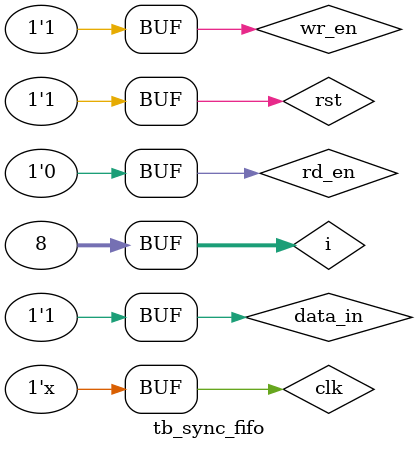
<source format=v>
module tb_sync_fifo;
reg clk,rst;
reg wr_en,rd_en;
reg data_in;
wire full,empty;
wire data_out;
sync_fifo uut(.clk(clk),
              .rst(rst),
              .wr_en(wr_en),
              .rd_en(rd_en),
              .data_in(data_in),
              .full(full),
              .empty(empty),
              .data_out(data_out));
initial clk = 1'b1;
always #5 clk = ~clk;
integer i;
initial begin
rst = 1;
wr_en = 0;
rd_en = 0;
data_in = 8'b0;
#10 rst = 0;
#10 rst = 1;
wr_en = 1;
rd_en = 0; 
for(i=0; i<8 ; i=i+1)begin
data_in = i;
#10;
end
wr_en = 0;
rd_en = 1; 
for(i=0; i<8 ; i=i+1)begin
#10;
end 
wr_en = 1;
rd_en = 0; 
for(i=0; i<8 ; i=i+1)begin
data_in = i;
#10;
end
#10;
#10;
#10;  
end             
endmodule

</source>
